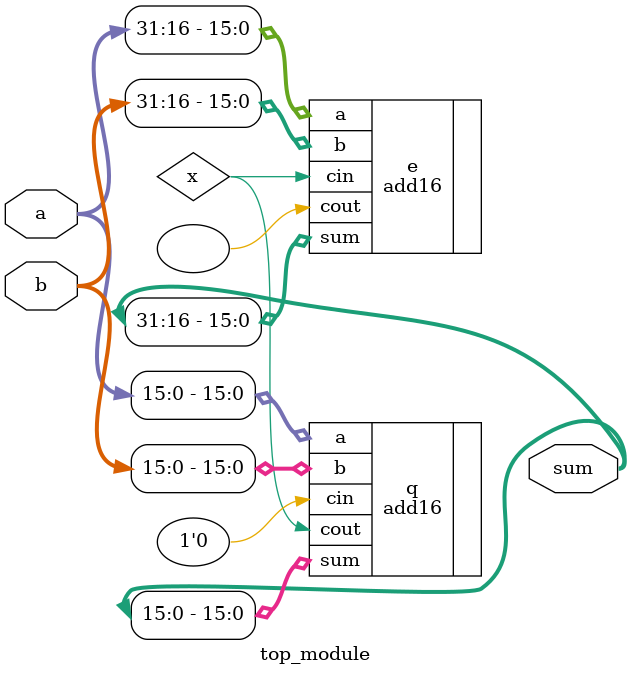
<source format=v>
module top_module(
    input [31:0] a,
    input [31:0] b,
    output [31:0] sum
);
    wire x;
    add16 q( .a(a[15:0]),.b(b[15:0]),.cin(1'b0), .sum(sum[15:0]), .cout(x) );
    add16 e( .a(a[31:16]),.b(b[31:16]),.cin(x), .sum(sum[31:16]), .cout() );
endmodule

</source>
